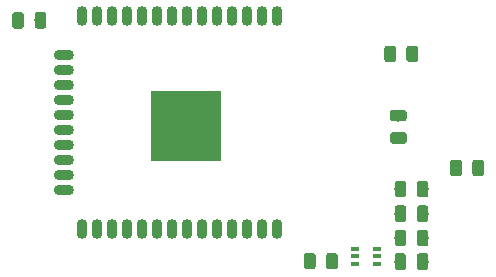
<source format=gbr>
G04 #@! TF.GenerationSoftware,KiCad,Pcbnew,(5.1.2-1)-1*
G04 #@! TF.CreationDate,2022-01-26T01:19:45+00:00*
G04 #@! TF.ProjectId,mz25key,6d7a3235-6b65-4792-9e6b-696361645f70,rev?*
G04 #@! TF.SameCoordinates,Original*
G04 #@! TF.FileFunction,Paste,Bot*
G04 #@! TF.FilePolarity,Positive*
%FSLAX46Y46*%
G04 Gerber Fmt 4.6, Leading zero omitted, Abs format (unit mm)*
G04 Created by KiCad (PCBNEW (5.1.2-1)-1) date 2022-01-26 01:19:45*
%MOMM*%
%LPD*%
G04 APERTURE LIST*
%ADD10R,6.000000X6.000000*%
%ADD11O,0.900000X1.700000*%
%ADD12O,1.700000X0.900000*%
%ADD13C,0.100000*%
%ADD14C,0.975000*%
%ADD15R,0.650000X0.400000*%
G04 APERTURE END LIST*
D10*
X72530000Y-93520000D03*
D11*
X80230000Y-102220000D03*
X78960000Y-102220000D03*
X77690000Y-102220000D03*
X76420000Y-102220000D03*
X75150000Y-102220000D03*
X73880000Y-102220000D03*
X72610000Y-102220000D03*
X71340000Y-102220000D03*
X70070000Y-102220000D03*
X68800000Y-102220000D03*
X67530000Y-102220000D03*
X66260000Y-102220000D03*
X64990000Y-102220000D03*
X63720000Y-102220000D03*
D12*
X62230000Y-98935000D03*
X62230000Y-97665000D03*
X62230000Y-96395000D03*
X62230000Y-95125000D03*
X62230000Y-93855000D03*
X62230000Y-92585000D03*
X62230000Y-91315000D03*
X62230000Y-90045000D03*
X62230000Y-88775000D03*
X62230000Y-87505000D03*
D11*
X63720000Y-84220000D03*
X64990000Y-84220000D03*
X66260000Y-84220000D03*
X67530000Y-84220000D03*
X68800000Y-84220000D03*
X70070000Y-84220000D03*
X71340000Y-84220000D03*
X72610000Y-84220000D03*
X73880000Y-84220000D03*
X75150000Y-84220000D03*
X76420000Y-84220000D03*
X77690000Y-84220000D03*
X78960000Y-84220000D03*
X80230000Y-84220000D03*
D13*
G36*
X90950142Y-102321174D02*
G01*
X90973803Y-102324684D01*
X90997007Y-102330496D01*
X91019529Y-102338554D01*
X91041153Y-102348782D01*
X91061670Y-102361079D01*
X91080883Y-102375329D01*
X91098607Y-102391393D01*
X91114671Y-102409117D01*
X91128921Y-102428330D01*
X91141218Y-102448847D01*
X91151446Y-102470471D01*
X91159504Y-102492993D01*
X91165316Y-102516197D01*
X91168826Y-102539858D01*
X91170000Y-102563750D01*
X91170000Y-103476250D01*
X91168826Y-103500142D01*
X91165316Y-103523803D01*
X91159504Y-103547007D01*
X91151446Y-103569529D01*
X91141218Y-103591153D01*
X91128921Y-103611670D01*
X91114671Y-103630883D01*
X91098607Y-103648607D01*
X91080883Y-103664671D01*
X91061670Y-103678921D01*
X91041153Y-103691218D01*
X91019529Y-103701446D01*
X90997007Y-103709504D01*
X90973803Y-103715316D01*
X90950142Y-103718826D01*
X90926250Y-103720000D01*
X90438750Y-103720000D01*
X90414858Y-103718826D01*
X90391197Y-103715316D01*
X90367993Y-103709504D01*
X90345471Y-103701446D01*
X90323847Y-103691218D01*
X90303330Y-103678921D01*
X90284117Y-103664671D01*
X90266393Y-103648607D01*
X90250329Y-103630883D01*
X90236079Y-103611670D01*
X90223782Y-103591153D01*
X90213554Y-103569529D01*
X90205496Y-103547007D01*
X90199684Y-103523803D01*
X90196174Y-103500142D01*
X90195000Y-103476250D01*
X90195000Y-102563750D01*
X90196174Y-102539858D01*
X90199684Y-102516197D01*
X90205496Y-102492993D01*
X90213554Y-102470471D01*
X90223782Y-102448847D01*
X90236079Y-102428330D01*
X90250329Y-102409117D01*
X90266393Y-102391393D01*
X90284117Y-102375329D01*
X90303330Y-102361079D01*
X90323847Y-102348782D01*
X90345471Y-102338554D01*
X90367993Y-102330496D01*
X90391197Y-102324684D01*
X90414858Y-102321174D01*
X90438750Y-102320000D01*
X90926250Y-102320000D01*
X90950142Y-102321174D01*
X90950142Y-102321174D01*
G37*
D14*
X90682500Y-103020000D03*
D13*
G36*
X92825142Y-102321174D02*
G01*
X92848803Y-102324684D01*
X92872007Y-102330496D01*
X92894529Y-102338554D01*
X92916153Y-102348782D01*
X92936670Y-102361079D01*
X92955883Y-102375329D01*
X92973607Y-102391393D01*
X92989671Y-102409117D01*
X93003921Y-102428330D01*
X93016218Y-102448847D01*
X93026446Y-102470471D01*
X93034504Y-102492993D01*
X93040316Y-102516197D01*
X93043826Y-102539858D01*
X93045000Y-102563750D01*
X93045000Y-103476250D01*
X93043826Y-103500142D01*
X93040316Y-103523803D01*
X93034504Y-103547007D01*
X93026446Y-103569529D01*
X93016218Y-103591153D01*
X93003921Y-103611670D01*
X92989671Y-103630883D01*
X92973607Y-103648607D01*
X92955883Y-103664671D01*
X92936670Y-103678921D01*
X92916153Y-103691218D01*
X92894529Y-103701446D01*
X92872007Y-103709504D01*
X92848803Y-103715316D01*
X92825142Y-103718826D01*
X92801250Y-103720000D01*
X92313750Y-103720000D01*
X92289858Y-103718826D01*
X92266197Y-103715316D01*
X92242993Y-103709504D01*
X92220471Y-103701446D01*
X92198847Y-103691218D01*
X92178330Y-103678921D01*
X92159117Y-103664671D01*
X92141393Y-103648607D01*
X92125329Y-103630883D01*
X92111079Y-103611670D01*
X92098782Y-103591153D01*
X92088554Y-103569529D01*
X92080496Y-103547007D01*
X92074684Y-103523803D01*
X92071174Y-103500142D01*
X92070000Y-103476250D01*
X92070000Y-102563750D01*
X92071174Y-102539858D01*
X92074684Y-102516197D01*
X92080496Y-102492993D01*
X92088554Y-102470471D01*
X92098782Y-102448847D01*
X92111079Y-102428330D01*
X92125329Y-102409117D01*
X92141393Y-102391393D01*
X92159117Y-102375329D01*
X92178330Y-102361079D01*
X92198847Y-102348782D01*
X92220471Y-102338554D01*
X92242993Y-102330496D01*
X92266197Y-102324684D01*
X92289858Y-102321174D01*
X92313750Y-102320000D01*
X92801250Y-102320000D01*
X92825142Y-102321174D01*
X92825142Y-102321174D01*
G37*
D14*
X92557500Y-103020000D03*
D13*
G36*
X58580142Y-83891174D02*
G01*
X58603803Y-83894684D01*
X58627007Y-83900496D01*
X58649529Y-83908554D01*
X58671153Y-83918782D01*
X58691670Y-83931079D01*
X58710883Y-83945329D01*
X58728607Y-83961393D01*
X58744671Y-83979117D01*
X58758921Y-83998330D01*
X58771218Y-84018847D01*
X58781446Y-84040471D01*
X58789504Y-84062993D01*
X58795316Y-84086197D01*
X58798826Y-84109858D01*
X58800000Y-84133750D01*
X58800000Y-85046250D01*
X58798826Y-85070142D01*
X58795316Y-85093803D01*
X58789504Y-85117007D01*
X58781446Y-85139529D01*
X58771218Y-85161153D01*
X58758921Y-85181670D01*
X58744671Y-85200883D01*
X58728607Y-85218607D01*
X58710883Y-85234671D01*
X58691670Y-85248921D01*
X58671153Y-85261218D01*
X58649529Y-85271446D01*
X58627007Y-85279504D01*
X58603803Y-85285316D01*
X58580142Y-85288826D01*
X58556250Y-85290000D01*
X58068750Y-85290000D01*
X58044858Y-85288826D01*
X58021197Y-85285316D01*
X57997993Y-85279504D01*
X57975471Y-85271446D01*
X57953847Y-85261218D01*
X57933330Y-85248921D01*
X57914117Y-85234671D01*
X57896393Y-85218607D01*
X57880329Y-85200883D01*
X57866079Y-85181670D01*
X57853782Y-85161153D01*
X57843554Y-85139529D01*
X57835496Y-85117007D01*
X57829684Y-85093803D01*
X57826174Y-85070142D01*
X57825000Y-85046250D01*
X57825000Y-84133750D01*
X57826174Y-84109858D01*
X57829684Y-84086197D01*
X57835496Y-84062993D01*
X57843554Y-84040471D01*
X57853782Y-84018847D01*
X57866079Y-83998330D01*
X57880329Y-83979117D01*
X57896393Y-83961393D01*
X57914117Y-83945329D01*
X57933330Y-83931079D01*
X57953847Y-83918782D01*
X57975471Y-83908554D01*
X57997993Y-83900496D01*
X58021197Y-83894684D01*
X58044858Y-83891174D01*
X58068750Y-83890000D01*
X58556250Y-83890000D01*
X58580142Y-83891174D01*
X58580142Y-83891174D01*
G37*
D14*
X58312500Y-84590000D03*
D13*
G36*
X60455142Y-83891174D02*
G01*
X60478803Y-83894684D01*
X60502007Y-83900496D01*
X60524529Y-83908554D01*
X60546153Y-83918782D01*
X60566670Y-83931079D01*
X60585883Y-83945329D01*
X60603607Y-83961393D01*
X60619671Y-83979117D01*
X60633921Y-83998330D01*
X60646218Y-84018847D01*
X60656446Y-84040471D01*
X60664504Y-84062993D01*
X60670316Y-84086197D01*
X60673826Y-84109858D01*
X60675000Y-84133750D01*
X60675000Y-85046250D01*
X60673826Y-85070142D01*
X60670316Y-85093803D01*
X60664504Y-85117007D01*
X60656446Y-85139529D01*
X60646218Y-85161153D01*
X60633921Y-85181670D01*
X60619671Y-85200883D01*
X60603607Y-85218607D01*
X60585883Y-85234671D01*
X60566670Y-85248921D01*
X60546153Y-85261218D01*
X60524529Y-85271446D01*
X60502007Y-85279504D01*
X60478803Y-85285316D01*
X60455142Y-85288826D01*
X60431250Y-85290000D01*
X59943750Y-85290000D01*
X59919858Y-85288826D01*
X59896197Y-85285316D01*
X59872993Y-85279504D01*
X59850471Y-85271446D01*
X59828847Y-85261218D01*
X59808330Y-85248921D01*
X59789117Y-85234671D01*
X59771393Y-85218607D01*
X59755329Y-85200883D01*
X59741079Y-85181670D01*
X59728782Y-85161153D01*
X59718554Y-85139529D01*
X59710496Y-85117007D01*
X59704684Y-85093803D01*
X59701174Y-85070142D01*
X59700000Y-85046250D01*
X59700000Y-84133750D01*
X59701174Y-84109858D01*
X59704684Y-84086197D01*
X59710496Y-84062993D01*
X59718554Y-84040471D01*
X59728782Y-84018847D01*
X59741079Y-83998330D01*
X59755329Y-83979117D01*
X59771393Y-83961393D01*
X59789117Y-83945329D01*
X59808330Y-83931079D01*
X59828847Y-83918782D01*
X59850471Y-83908554D01*
X59872993Y-83900496D01*
X59896197Y-83894684D01*
X59919858Y-83891174D01*
X59943750Y-83890000D01*
X60431250Y-83890000D01*
X60455142Y-83891174D01*
X60455142Y-83891174D01*
G37*
D14*
X60187500Y-84590000D03*
D13*
G36*
X92825142Y-100251174D02*
G01*
X92848803Y-100254684D01*
X92872007Y-100260496D01*
X92894529Y-100268554D01*
X92916153Y-100278782D01*
X92936670Y-100291079D01*
X92955883Y-100305329D01*
X92973607Y-100321393D01*
X92989671Y-100339117D01*
X93003921Y-100358330D01*
X93016218Y-100378847D01*
X93026446Y-100400471D01*
X93034504Y-100422993D01*
X93040316Y-100446197D01*
X93043826Y-100469858D01*
X93045000Y-100493750D01*
X93045000Y-101406250D01*
X93043826Y-101430142D01*
X93040316Y-101453803D01*
X93034504Y-101477007D01*
X93026446Y-101499529D01*
X93016218Y-101521153D01*
X93003921Y-101541670D01*
X92989671Y-101560883D01*
X92973607Y-101578607D01*
X92955883Y-101594671D01*
X92936670Y-101608921D01*
X92916153Y-101621218D01*
X92894529Y-101631446D01*
X92872007Y-101639504D01*
X92848803Y-101645316D01*
X92825142Y-101648826D01*
X92801250Y-101650000D01*
X92313750Y-101650000D01*
X92289858Y-101648826D01*
X92266197Y-101645316D01*
X92242993Y-101639504D01*
X92220471Y-101631446D01*
X92198847Y-101621218D01*
X92178330Y-101608921D01*
X92159117Y-101594671D01*
X92141393Y-101578607D01*
X92125329Y-101560883D01*
X92111079Y-101541670D01*
X92098782Y-101521153D01*
X92088554Y-101499529D01*
X92080496Y-101477007D01*
X92074684Y-101453803D01*
X92071174Y-101430142D01*
X92070000Y-101406250D01*
X92070000Y-100493750D01*
X92071174Y-100469858D01*
X92074684Y-100446197D01*
X92080496Y-100422993D01*
X92088554Y-100400471D01*
X92098782Y-100378847D01*
X92111079Y-100358330D01*
X92125329Y-100339117D01*
X92141393Y-100321393D01*
X92159117Y-100305329D01*
X92178330Y-100291079D01*
X92198847Y-100278782D01*
X92220471Y-100268554D01*
X92242993Y-100260496D01*
X92266197Y-100254684D01*
X92289858Y-100251174D01*
X92313750Y-100250000D01*
X92801250Y-100250000D01*
X92825142Y-100251174D01*
X92825142Y-100251174D01*
G37*
D14*
X92557500Y-100950000D03*
D13*
G36*
X90950142Y-100251174D02*
G01*
X90973803Y-100254684D01*
X90997007Y-100260496D01*
X91019529Y-100268554D01*
X91041153Y-100278782D01*
X91061670Y-100291079D01*
X91080883Y-100305329D01*
X91098607Y-100321393D01*
X91114671Y-100339117D01*
X91128921Y-100358330D01*
X91141218Y-100378847D01*
X91151446Y-100400471D01*
X91159504Y-100422993D01*
X91165316Y-100446197D01*
X91168826Y-100469858D01*
X91170000Y-100493750D01*
X91170000Y-101406250D01*
X91168826Y-101430142D01*
X91165316Y-101453803D01*
X91159504Y-101477007D01*
X91151446Y-101499529D01*
X91141218Y-101521153D01*
X91128921Y-101541670D01*
X91114671Y-101560883D01*
X91098607Y-101578607D01*
X91080883Y-101594671D01*
X91061670Y-101608921D01*
X91041153Y-101621218D01*
X91019529Y-101631446D01*
X90997007Y-101639504D01*
X90973803Y-101645316D01*
X90950142Y-101648826D01*
X90926250Y-101650000D01*
X90438750Y-101650000D01*
X90414858Y-101648826D01*
X90391197Y-101645316D01*
X90367993Y-101639504D01*
X90345471Y-101631446D01*
X90323847Y-101621218D01*
X90303330Y-101608921D01*
X90284117Y-101594671D01*
X90266393Y-101578607D01*
X90250329Y-101560883D01*
X90236079Y-101541670D01*
X90223782Y-101521153D01*
X90213554Y-101499529D01*
X90205496Y-101477007D01*
X90199684Y-101453803D01*
X90196174Y-101430142D01*
X90195000Y-101406250D01*
X90195000Y-100493750D01*
X90196174Y-100469858D01*
X90199684Y-100446197D01*
X90205496Y-100422993D01*
X90213554Y-100400471D01*
X90223782Y-100378847D01*
X90236079Y-100358330D01*
X90250329Y-100339117D01*
X90266393Y-100321393D01*
X90284117Y-100305329D01*
X90303330Y-100291079D01*
X90323847Y-100278782D01*
X90345471Y-100268554D01*
X90367993Y-100260496D01*
X90391197Y-100254684D01*
X90414858Y-100251174D01*
X90438750Y-100250000D01*
X90926250Y-100250000D01*
X90950142Y-100251174D01*
X90950142Y-100251174D01*
G37*
D14*
X90682500Y-100950000D03*
D13*
G36*
X85145142Y-104281174D02*
G01*
X85168803Y-104284684D01*
X85192007Y-104290496D01*
X85214529Y-104298554D01*
X85236153Y-104308782D01*
X85256670Y-104321079D01*
X85275883Y-104335329D01*
X85293607Y-104351393D01*
X85309671Y-104369117D01*
X85323921Y-104388330D01*
X85336218Y-104408847D01*
X85346446Y-104430471D01*
X85354504Y-104452993D01*
X85360316Y-104476197D01*
X85363826Y-104499858D01*
X85365000Y-104523750D01*
X85365000Y-105436250D01*
X85363826Y-105460142D01*
X85360316Y-105483803D01*
X85354504Y-105507007D01*
X85346446Y-105529529D01*
X85336218Y-105551153D01*
X85323921Y-105571670D01*
X85309671Y-105590883D01*
X85293607Y-105608607D01*
X85275883Y-105624671D01*
X85256670Y-105638921D01*
X85236153Y-105651218D01*
X85214529Y-105661446D01*
X85192007Y-105669504D01*
X85168803Y-105675316D01*
X85145142Y-105678826D01*
X85121250Y-105680000D01*
X84633750Y-105680000D01*
X84609858Y-105678826D01*
X84586197Y-105675316D01*
X84562993Y-105669504D01*
X84540471Y-105661446D01*
X84518847Y-105651218D01*
X84498330Y-105638921D01*
X84479117Y-105624671D01*
X84461393Y-105608607D01*
X84445329Y-105590883D01*
X84431079Y-105571670D01*
X84418782Y-105551153D01*
X84408554Y-105529529D01*
X84400496Y-105507007D01*
X84394684Y-105483803D01*
X84391174Y-105460142D01*
X84390000Y-105436250D01*
X84390000Y-104523750D01*
X84391174Y-104499858D01*
X84394684Y-104476197D01*
X84400496Y-104452993D01*
X84408554Y-104430471D01*
X84418782Y-104408847D01*
X84431079Y-104388330D01*
X84445329Y-104369117D01*
X84461393Y-104351393D01*
X84479117Y-104335329D01*
X84498330Y-104321079D01*
X84518847Y-104308782D01*
X84540471Y-104298554D01*
X84562993Y-104290496D01*
X84586197Y-104284684D01*
X84609858Y-104281174D01*
X84633750Y-104280000D01*
X85121250Y-104280000D01*
X85145142Y-104281174D01*
X85145142Y-104281174D01*
G37*
D14*
X84877500Y-104980000D03*
D13*
G36*
X83270142Y-104281174D02*
G01*
X83293803Y-104284684D01*
X83317007Y-104290496D01*
X83339529Y-104298554D01*
X83361153Y-104308782D01*
X83381670Y-104321079D01*
X83400883Y-104335329D01*
X83418607Y-104351393D01*
X83434671Y-104369117D01*
X83448921Y-104388330D01*
X83461218Y-104408847D01*
X83471446Y-104430471D01*
X83479504Y-104452993D01*
X83485316Y-104476197D01*
X83488826Y-104499858D01*
X83490000Y-104523750D01*
X83490000Y-105436250D01*
X83488826Y-105460142D01*
X83485316Y-105483803D01*
X83479504Y-105507007D01*
X83471446Y-105529529D01*
X83461218Y-105551153D01*
X83448921Y-105571670D01*
X83434671Y-105590883D01*
X83418607Y-105608607D01*
X83400883Y-105624671D01*
X83381670Y-105638921D01*
X83361153Y-105651218D01*
X83339529Y-105661446D01*
X83317007Y-105669504D01*
X83293803Y-105675316D01*
X83270142Y-105678826D01*
X83246250Y-105680000D01*
X82758750Y-105680000D01*
X82734858Y-105678826D01*
X82711197Y-105675316D01*
X82687993Y-105669504D01*
X82665471Y-105661446D01*
X82643847Y-105651218D01*
X82623330Y-105638921D01*
X82604117Y-105624671D01*
X82586393Y-105608607D01*
X82570329Y-105590883D01*
X82556079Y-105571670D01*
X82543782Y-105551153D01*
X82533554Y-105529529D01*
X82525496Y-105507007D01*
X82519684Y-105483803D01*
X82516174Y-105460142D01*
X82515000Y-105436250D01*
X82515000Y-104523750D01*
X82516174Y-104499858D01*
X82519684Y-104476197D01*
X82525496Y-104452993D01*
X82533554Y-104430471D01*
X82543782Y-104408847D01*
X82556079Y-104388330D01*
X82570329Y-104369117D01*
X82586393Y-104351393D01*
X82604117Y-104335329D01*
X82623330Y-104321079D01*
X82643847Y-104308782D01*
X82665471Y-104298554D01*
X82687993Y-104290496D01*
X82711197Y-104284684D01*
X82734858Y-104281174D01*
X82758750Y-104280000D01*
X83246250Y-104280000D01*
X83270142Y-104281174D01*
X83270142Y-104281174D01*
G37*
D14*
X83002500Y-104980000D03*
D15*
X88690000Y-105220000D03*
X88690000Y-103920000D03*
X86790000Y-104570000D03*
X88690000Y-104570000D03*
X86790000Y-103920000D03*
X86790000Y-105220000D03*
D13*
G36*
X92815142Y-104311174D02*
G01*
X92838803Y-104314684D01*
X92862007Y-104320496D01*
X92884529Y-104328554D01*
X92906153Y-104338782D01*
X92926670Y-104351079D01*
X92945883Y-104365329D01*
X92963607Y-104381393D01*
X92979671Y-104399117D01*
X92993921Y-104418330D01*
X93006218Y-104438847D01*
X93016446Y-104460471D01*
X93024504Y-104482993D01*
X93030316Y-104506197D01*
X93033826Y-104529858D01*
X93035000Y-104553750D01*
X93035000Y-105466250D01*
X93033826Y-105490142D01*
X93030316Y-105513803D01*
X93024504Y-105537007D01*
X93016446Y-105559529D01*
X93006218Y-105581153D01*
X92993921Y-105601670D01*
X92979671Y-105620883D01*
X92963607Y-105638607D01*
X92945883Y-105654671D01*
X92926670Y-105668921D01*
X92906153Y-105681218D01*
X92884529Y-105691446D01*
X92862007Y-105699504D01*
X92838803Y-105705316D01*
X92815142Y-105708826D01*
X92791250Y-105710000D01*
X92303750Y-105710000D01*
X92279858Y-105708826D01*
X92256197Y-105705316D01*
X92232993Y-105699504D01*
X92210471Y-105691446D01*
X92188847Y-105681218D01*
X92168330Y-105668921D01*
X92149117Y-105654671D01*
X92131393Y-105638607D01*
X92115329Y-105620883D01*
X92101079Y-105601670D01*
X92088782Y-105581153D01*
X92078554Y-105559529D01*
X92070496Y-105537007D01*
X92064684Y-105513803D01*
X92061174Y-105490142D01*
X92060000Y-105466250D01*
X92060000Y-104553750D01*
X92061174Y-104529858D01*
X92064684Y-104506197D01*
X92070496Y-104482993D01*
X92078554Y-104460471D01*
X92088782Y-104438847D01*
X92101079Y-104418330D01*
X92115329Y-104399117D01*
X92131393Y-104381393D01*
X92149117Y-104365329D01*
X92168330Y-104351079D01*
X92188847Y-104338782D01*
X92210471Y-104328554D01*
X92232993Y-104320496D01*
X92256197Y-104314684D01*
X92279858Y-104311174D01*
X92303750Y-104310000D01*
X92791250Y-104310000D01*
X92815142Y-104311174D01*
X92815142Y-104311174D01*
G37*
D14*
X92547500Y-105010000D03*
D13*
G36*
X90940142Y-104311174D02*
G01*
X90963803Y-104314684D01*
X90987007Y-104320496D01*
X91009529Y-104328554D01*
X91031153Y-104338782D01*
X91051670Y-104351079D01*
X91070883Y-104365329D01*
X91088607Y-104381393D01*
X91104671Y-104399117D01*
X91118921Y-104418330D01*
X91131218Y-104438847D01*
X91141446Y-104460471D01*
X91149504Y-104482993D01*
X91155316Y-104506197D01*
X91158826Y-104529858D01*
X91160000Y-104553750D01*
X91160000Y-105466250D01*
X91158826Y-105490142D01*
X91155316Y-105513803D01*
X91149504Y-105537007D01*
X91141446Y-105559529D01*
X91131218Y-105581153D01*
X91118921Y-105601670D01*
X91104671Y-105620883D01*
X91088607Y-105638607D01*
X91070883Y-105654671D01*
X91051670Y-105668921D01*
X91031153Y-105681218D01*
X91009529Y-105691446D01*
X90987007Y-105699504D01*
X90963803Y-105705316D01*
X90940142Y-105708826D01*
X90916250Y-105710000D01*
X90428750Y-105710000D01*
X90404858Y-105708826D01*
X90381197Y-105705316D01*
X90357993Y-105699504D01*
X90335471Y-105691446D01*
X90313847Y-105681218D01*
X90293330Y-105668921D01*
X90274117Y-105654671D01*
X90256393Y-105638607D01*
X90240329Y-105620883D01*
X90226079Y-105601670D01*
X90213782Y-105581153D01*
X90203554Y-105559529D01*
X90195496Y-105537007D01*
X90189684Y-105513803D01*
X90186174Y-105490142D01*
X90185000Y-105466250D01*
X90185000Y-104553750D01*
X90186174Y-104529858D01*
X90189684Y-104506197D01*
X90195496Y-104482993D01*
X90203554Y-104460471D01*
X90213782Y-104438847D01*
X90226079Y-104418330D01*
X90240329Y-104399117D01*
X90256393Y-104381393D01*
X90274117Y-104365329D01*
X90293330Y-104351079D01*
X90313847Y-104338782D01*
X90335471Y-104328554D01*
X90357993Y-104320496D01*
X90381197Y-104314684D01*
X90404858Y-104311174D01*
X90428750Y-104310000D01*
X90916250Y-104310000D01*
X90940142Y-104311174D01*
X90940142Y-104311174D01*
G37*
D14*
X90672500Y-105010000D03*
D13*
G36*
X90950142Y-98171174D02*
G01*
X90973803Y-98174684D01*
X90997007Y-98180496D01*
X91019529Y-98188554D01*
X91041153Y-98198782D01*
X91061670Y-98211079D01*
X91080883Y-98225329D01*
X91098607Y-98241393D01*
X91114671Y-98259117D01*
X91128921Y-98278330D01*
X91141218Y-98298847D01*
X91151446Y-98320471D01*
X91159504Y-98342993D01*
X91165316Y-98366197D01*
X91168826Y-98389858D01*
X91170000Y-98413750D01*
X91170000Y-99326250D01*
X91168826Y-99350142D01*
X91165316Y-99373803D01*
X91159504Y-99397007D01*
X91151446Y-99419529D01*
X91141218Y-99441153D01*
X91128921Y-99461670D01*
X91114671Y-99480883D01*
X91098607Y-99498607D01*
X91080883Y-99514671D01*
X91061670Y-99528921D01*
X91041153Y-99541218D01*
X91019529Y-99551446D01*
X90997007Y-99559504D01*
X90973803Y-99565316D01*
X90950142Y-99568826D01*
X90926250Y-99570000D01*
X90438750Y-99570000D01*
X90414858Y-99568826D01*
X90391197Y-99565316D01*
X90367993Y-99559504D01*
X90345471Y-99551446D01*
X90323847Y-99541218D01*
X90303330Y-99528921D01*
X90284117Y-99514671D01*
X90266393Y-99498607D01*
X90250329Y-99480883D01*
X90236079Y-99461670D01*
X90223782Y-99441153D01*
X90213554Y-99419529D01*
X90205496Y-99397007D01*
X90199684Y-99373803D01*
X90196174Y-99350142D01*
X90195000Y-99326250D01*
X90195000Y-98413750D01*
X90196174Y-98389858D01*
X90199684Y-98366197D01*
X90205496Y-98342993D01*
X90213554Y-98320471D01*
X90223782Y-98298847D01*
X90236079Y-98278330D01*
X90250329Y-98259117D01*
X90266393Y-98241393D01*
X90284117Y-98225329D01*
X90303330Y-98211079D01*
X90323847Y-98198782D01*
X90345471Y-98188554D01*
X90367993Y-98180496D01*
X90391197Y-98174684D01*
X90414858Y-98171174D01*
X90438750Y-98170000D01*
X90926250Y-98170000D01*
X90950142Y-98171174D01*
X90950142Y-98171174D01*
G37*
D14*
X90682500Y-98870000D03*
D13*
G36*
X92825142Y-98171174D02*
G01*
X92848803Y-98174684D01*
X92872007Y-98180496D01*
X92894529Y-98188554D01*
X92916153Y-98198782D01*
X92936670Y-98211079D01*
X92955883Y-98225329D01*
X92973607Y-98241393D01*
X92989671Y-98259117D01*
X93003921Y-98278330D01*
X93016218Y-98298847D01*
X93026446Y-98320471D01*
X93034504Y-98342993D01*
X93040316Y-98366197D01*
X93043826Y-98389858D01*
X93045000Y-98413750D01*
X93045000Y-99326250D01*
X93043826Y-99350142D01*
X93040316Y-99373803D01*
X93034504Y-99397007D01*
X93026446Y-99419529D01*
X93016218Y-99441153D01*
X93003921Y-99461670D01*
X92989671Y-99480883D01*
X92973607Y-99498607D01*
X92955883Y-99514671D01*
X92936670Y-99528921D01*
X92916153Y-99541218D01*
X92894529Y-99551446D01*
X92872007Y-99559504D01*
X92848803Y-99565316D01*
X92825142Y-99568826D01*
X92801250Y-99570000D01*
X92313750Y-99570000D01*
X92289858Y-99568826D01*
X92266197Y-99565316D01*
X92242993Y-99559504D01*
X92220471Y-99551446D01*
X92198847Y-99541218D01*
X92178330Y-99528921D01*
X92159117Y-99514671D01*
X92141393Y-99498607D01*
X92125329Y-99480883D01*
X92111079Y-99461670D01*
X92098782Y-99441153D01*
X92088554Y-99419529D01*
X92080496Y-99397007D01*
X92074684Y-99373803D01*
X92071174Y-99350142D01*
X92070000Y-99326250D01*
X92070000Y-98413750D01*
X92071174Y-98389858D01*
X92074684Y-98366197D01*
X92080496Y-98342993D01*
X92088554Y-98320471D01*
X92098782Y-98298847D01*
X92111079Y-98278330D01*
X92125329Y-98259117D01*
X92141393Y-98241393D01*
X92159117Y-98225329D01*
X92178330Y-98211079D01*
X92198847Y-98198782D01*
X92220471Y-98188554D01*
X92242993Y-98180496D01*
X92266197Y-98174684D01*
X92289858Y-98171174D01*
X92313750Y-98170000D01*
X92801250Y-98170000D01*
X92825142Y-98171174D01*
X92825142Y-98171174D01*
G37*
D14*
X92557500Y-98870000D03*
D13*
G36*
X90070142Y-86731174D02*
G01*
X90093803Y-86734684D01*
X90117007Y-86740496D01*
X90139529Y-86748554D01*
X90161153Y-86758782D01*
X90181670Y-86771079D01*
X90200883Y-86785329D01*
X90218607Y-86801393D01*
X90234671Y-86819117D01*
X90248921Y-86838330D01*
X90261218Y-86858847D01*
X90271446Y-86880471D01*
X90279504Y-86902993D01*
X90285316Y-86926197D01*
X90288826Y-86949858D01*
X90290000Y-86973750D01*
X90290000Y-87886250D01*
X90288826Y-87910142D01*
X90285316Y-87933803D01*
X90279504Y-87957007D01*
X90271446Y-87979529D01*
X90261218Y-88001153D01*
X90248921Y-88021670D01*
X90234671Y-88040883D01*
X90218607Y-88058607D01*
X90200883Y-88074671D01*
X90181670Y-88088921D01*
X90161153Y-88101218D01*
X90139529Y-88111446D01*
X90117007Y-88119504D01*
X90093803Y-88125316D01*
X90070142Y-88128826D01*
X90046250Y-88130000D01*
X89558750Y-88130000D01*
X89534858Y-88128826D01*
X89511197Y-88125316D01*
X89487993Y-88119504D01*
X89465471Y-88111446D01*
X89443847Y-88101218D01*
X89423330Y-88088921D01*
X89404117Y-88074671D01*
X89386393Y-88058607D01*
X89370329Y-88040883D01*
X89356079Y-88021670D01*
X89343782Y-88001153D01*
X89333554Y-87979529D01*
X89325496Y-87957007D01*
X89319684Y-87933803D01*
X89316174Y-87910142D01*
X89315000Y-87886250D01*
X89315000Y-86973750D01*
X89316174Y-86949858D01*
X89319684Y-86926197D01*
X89325496Y-86902993D01*
X89333554Y-86880471D01*
X89343782Y-86858847D01*
X89356079Y-86838330D01*
X89370329Y-86819117D01*
X89386393Y-86801393D01*
X89404117Y-86785329D01*
X89423330Y-86771079D01*
X89443847Y-86758782D01*
X89465471Y-86748554D01*
X89487993Y-86740496D01*
X89511197Y-86734684D01*
X89534858Y-86731174D01*
X89558750Y-86730000D01*
X90046250Y-86730000D01*
X90070142Y-86731174D01*
X90070142Y-86731174D01*
G37*
D14*
X89802500Y-87430000D03*
D13*
G36*
X91945142Y-86731174D02*
G01*
X91968803Y-86734684D01*
X91992007Y-86740496D01*
X92014529Y-86748554D01*
X92036153Y-86758782D01*
X92056670Y-86771079D01*
X92075883Y-86785329D01*
X92093607Y-86801393D01*
X92109671Y-86819117D01*
X92123921Y-86838330D01*
X92136218Y-86858847D01*
X92146446Y-86880471D01*
X92154504Y-86902993D01*
X92160316Y-86926197D01*
X92163826Y-86949858D01*
X92165000Y-86973750D01*
X92165000Y-87886250D01*
X92163826Y-87910142D01*
X92160316Y-87933803D01*
X92154504Y-87957007D01*
X92146446Y-87979529D01*
X92136218Y-88001153D01*
X92123921Y-88021670D01*
X92109671Y-88040883D01*
X92093607Y-88058607D01*
X92075883Y-88074671D01*
X92056670Y-88088921D01*
X92036153Y-88101218D01*
X92014529Y-88111446D01*
X91992007Y-88119504D01*
X91968803Y-88125316D01*
X91945142Y-88128826D01*
X91921250Y-88130000D01*
X91433750Y-88130000D01*
X91409858Y-88128826D01*
X91386197Y-88125316D01*
X91362993Y-88119504D01*
X91340471Y-88111446D01*
X91318847Y-88101218D01*
X91298330Y-88088921D01*
X91279117Y-88074671D01*
X91261393Y-88058607D01*
X91245329Y-88040883D01*
X91231079Y-88021670D01*
X91218782Y-88001153D01*
X91208554Y-87979529D01*
X91200496Y-87957007D01*
X91194684Y-87933803D01*
X91191174Y-87910142D01*
X91190000Y-87886250D01*
X91190000Y-86973750D01*
X91191174Y-86949858D01*
X91194684Y-86926197D01*
X91200496Y-86902993D01*
X91208554Y-86880471D01*
X91218782Y-86858847D01*
X91231079Y-86838330D01*
X91245329Y-86819117D01*
X91261393Y-86801393D01*
X91279117Y-86785329D01*
X91298330Y-86771079D01*
X91318847Y-86758782D01*
X91340471Y-86748554D01*
X91362993Y-86740496D01*
X91386197Y-86734684D01*
X91409858Y-86731174D01*
X91433750Y-86730000D01*
X91921250Y-86730000D01*
X91945142Y-86731174D01*
X91945142Y-86731174D01*
G37*
D14*
X91677500Y-87430000D03*
D13*
G36*
X90980142Y-94051174D02*
G01*
X91003803Y-94054684D01*
X91027007Y-94060496D01*
X91049529Y-94068554D01*
X91071153Y-94078782D01*
X91091670Y-94091079D01*
X91110883Y-94105329D01*
X91128607Y-94121393D01*
X91144671Y-94139117D01*
X91158921Y-94158330D01*
X91171218Y-94178847D01*
X91181446Y-94200471D01*
X91189504Y-94222993D01*
X91195316Y-94246197D01*
X91198826Y-94269858D01*
X91200000Y-94293750D01*
X91200000Y-94781250D01*
X91198826Y-94805142D01*
X91195316Y-94828803D01*
X91189504Y-94852007D01*
X91181446Y-94874529D01*
X91171218Y-94896153D01*
X91158921Y-94916670D01*
X91144671Y-94935883D01*
X91128607Y-94953607D01*
X91110883Y-94969671D01*
X91091670Y-94983921D01*
X91071153Y-94996218D01*
X91049529Y-95006446D01*
X91027007Y-95014504D01*
X91003803Y-95020316D01*
X90980142Y-95023826D01*
X90956250Y-95025000D01*
X90043750Y-95025000D01*
X90019858Y-95023826D01*
X89996197Y-95020316D01*
X89972993Y-95014504D01*
X89950471Y-95006446D01*
X89928847Y-94996218D01*
X89908330Y-94983921D01*
X89889117Y-94969671D01*
X89871393Y-94953607D01*
X89855329Y-94935883D01*
X89841079Y-94916670D01*
X89828782Y-94896153D01*
X89818554Y-94874529D01*
X89810496Y-94852007D01*
X89804684Y-94828803D01*
X89801174Y-94805142D01*
X89800000Y-94781250D01*
X89800000Y-94293750D01*
X89801174Y-94269858D01*
X89804684Y-94246197D01*
X89810496Y-94222993D01*
X89818554Y-94200471D01*
X89828782Y-94178847D01*
X89841079Y-94158330D01*
X89855329Y-94139117D01*
X89871393Y-94121393D01*
X89889117Y-94105329D01*
X89908330Y-94091079D01*
X89928847Y-94078782D01*
X89950471Y-94068554D01*
X89972993Y-94060496D01*
X89996197Y-94054684D01*
X90019858Y-94051174D01*
X90043750Y-94050000D01*
X90956250Y-94050000D01*
X90980142Y-94051174D01*
X90980142Y-94051174D01*
G37*
D14*
X90500000Y-94537500D03*
D13*
G36*
X90980142Y-92176174D02*
G01*
X91003803Y-92179684D01*
X91027007Y-92185496D01*
X91049529Y-92193554D01*
X91071153Y-92203782D01*
X91091670Y-92216079D01*
X91110883Y-92230329D01*
X91128607Y-92246393D01*
X91144671Y-92264117D01*
X91158921Y-92283330D01*
X91171218Y-92303847D01*
X91181446Y-92325471D01*
X91189504Y-92347993D01*
X91195316Y-92371197D01*
X91198826Y-92394858D01*
X91200000Y-92418750D01*
X91200000Y-92906250D01*
X91198826Y-92930142D01*
X91195316Y-92953803D01*
X91189504Y-92977007D01*
X91181446Y-92999529D01*
X91171218Y-93021153D01*
X91158921Y-93041670D01*
X91144671Y-93060883D01*
X91128607Y-93078607D01*
X91110883Y-93094671D01*
X91091670Y-93108921D01*
X91071153Y-93121218D01*
X91049529Y-93131446D01*
X91027007Y-93139504D01*
X91003803Y-93145316D01*
X90980142Y-93148826D01*
X90956250Y-93150000D01*
X90043750Y-93150000D01*
X90019858Y-93148826D01*
X89996197Y-93145316D01*
X89972993Y-93139504D01*
X89950471Y-93131446D01*
X89928847Y-93121218D01*
X89908330Y-93108921D01*
X89889117Y-93094671D01*
X89871393Y-93078607D01*
X89855329Y-93060883D01*
X89841079Y-93041670D01*
X89828782Y-93021153D01*
X89818554Y-92999529D01*
X89810496Y-92977007D01*
X89804684Y-92953803D01*
X89801174Y-92930142D01*
X89800000Y-92906250D01*
X89800000Y-92418750D01*
X89801174Y-92394858D01*
X89804684Y-92371197D01*
X89810496Y-92347993D01*
X89818554Y-92325471D01*
X89828782Y-92303847D01*
X89841079Y-92283330D01*
X89855329Y-92264117D01*
X89871393Y-92246393D01*
X89889117Y-92230329D01*
X89908330Y-92216079D01*
X89928847Y-92203782D01*
X89950471Y-92193554D01*
X89972993Y-92185496D01*
X89996197Y-92179684D01*
X90019858Y-92176174D01*
X90043750Y-92175000D01*
X90956250Y-92175000D01*
X90980142Y-92176174D01*
X90980142Y-92176174D01*
G37*
D14*
X90500000Y-92662500D03*
D13*
G36*
X97525142Y-96381174D02*
G01*
X97548803Y-96384684D01*
X97572007Y-96390496D01*
X97594529Y-96398554D01*
X97616153Y-96408782D01*
X97636670Y-96421079D01*
X97655883Y-96435329D01*
X97673607Y-96451393D01*
X97689671Y-96469117D01*
X97703921Y-96488330D01*
X97716218Y-96508847D01*
X97726446Y-96530471D01*
X97734504Y-96552993D01*
X97740316Y-96576197D01*
X97743826Y-96599858D01*
X97745000Y-96623750D01*
X97745000Y-97536250D01*
X97743826Y-97560142D01*
X97740316Y-97583803D01*
X97734504Y-97607007D01*
X97726446Y-97629529D01*
X97716218Y-97651153D01*
X97703921Y-97671670D01*
X97689671Y-97690883D01*
X97673607Y-97708607D01*
X97655883Y-97724671D01*
X97636670Y-97738921D01*
X97616153Y-97751218D01*
X97594529Y-97761446D01*
X97572007Y-97769504D01*
X97548803Y-97775316D01*
X97525142Y-97778826D01*
X97501250Y-97780000D01*
X97013750Y-97780000D01*
X96989858Y-97778826D01*
X96966197Y-97775316D01*
X96942993Y-97769504D01*
X96920471Y-97761446D01*
X96898847Y-97751218D01*
X96878330Y-97738921D01*
X96859117Y-97724671D01*
X96841393Y-97708607D01*
X96825329Y-97690883D01*
X96811079Y-97671670D01*
X96798782Y-97651153D01*
X96788554Y-97629529D01*
X96780496Y-97607007D01*
X96774684Y-97583803D01*
X96771174Y-97560142D01*
X96770000Y-97536250D01*
X96770000Y-96623750D01*
X96771174Y-96599858D01*
X96774684Y-96576197D01*
X96780496Y-96552993D01*
X96788554Y-96530471D01*
X96798782Y-96508847D01*
X96811079Y-96488330D01*
X96825329Y-96469117D01*
X96841393Y-96451393D01*
X96859117Y-96435329D01*
X96878330Y-96421079D01*
X96898847Y-96408782D01*
X96920471Y-96398554D01*
X96942993Y-96390496D01*
X96966197Y-96384684D01*
X96989858Y-96381174D01*
X97013750Y-96380000D01*
X97501250Y-96380000D01*
X97525142Y-96381174D01*
X97525142Y-96381174D01*
G37*
D14*
X97257500Y-97080000D03*
D13*
G36*
X95650142Y-96381174D02*
G01*
X95673803Y-96384684D01*
X95697007Y-96390496D01*
X95719529Y-96398554D01*
X95741153Y-96408782D01*
X95761670Y-96421079D01*
X95780883Y-96435329D01*
X95798607Y-96451393D01*
X95814671Y-96469117D01*
X95828921Y-96488330D01*
X95841218Y-96508847D01*
X95851446Y-96530471D01*
X95859504Y-96552993D01*
X95865316Y-96576197D01*
X95868826Y-96599858D01*
X95870000Y-96623750D01*
X95870000Y-97536250D01*
X95868826Y-97560142D01*
X95865316Y-97583803D01*
X95859504Y-97607007D01*
X95851446Y-97629529D01*
X95841218Y-97651153D01*
X95828921Y-97671670D01*
X95814671Y-97690883D01*
X95798607Y-97708607D01*
X95780883Y-97724671D01*
X95761670Y-97738921D01*
X95741153Y-97751218D01*
X95719529Y-97761446D01*
X95697007Y-97769504D01*
X95673803Y-97775316D01*
X95650142Y-97778826D01*
X95626250Y-97780000D01*
X95138750Y-97780000D01*
X95114858Y-97778826D01*
X95091197Y-97775316D01*
X95067993Y-97769504D01*
X95045471Y-97761446D01*
X95023847Y-97751218D01*
X95003330Y-97738921D01*
X94984117Y-97724671D01*
X94966393Y-97708607D01*
X94950329Y-97690883D01*
X94936079Y-97671670D01*
X94923782Y-97651153D01*
X94913554Y-97629529D01*
X94905496Y-97607007D01*
X94899684Y-97583803D01*
X94896174Y-97560142D01*
X94895000Y-97536250D01*
X94895000Y-96623750D01*
X94896174Y-96599858D01*
X94899684Y-96576197D01*
X94905496Y-96552993D01*
X94913554Y-96530471D01*
X94923782Y-96508847D01*
X94936079Y-96488330D01*
X94950329Y-96469117D01*
X94966393Y-96451393D01*
X94984117Y-96435329D01*
X95003330Y-96421079D01*
X95023847Y-96408782D01*
X95045471Y-96398554D01*
X95067993Y-96390496D01*
X95091197Y-96384684D01*
X95114858Y-96381174D01*
X95138750Y-96380000D01*
X95626250Y-96380000D01*
X95650142Y-96381174D01*
X95650142Y-96381174D01*
G37*
D14*
X95382500Y-97080000D03*
M02*

</source>
